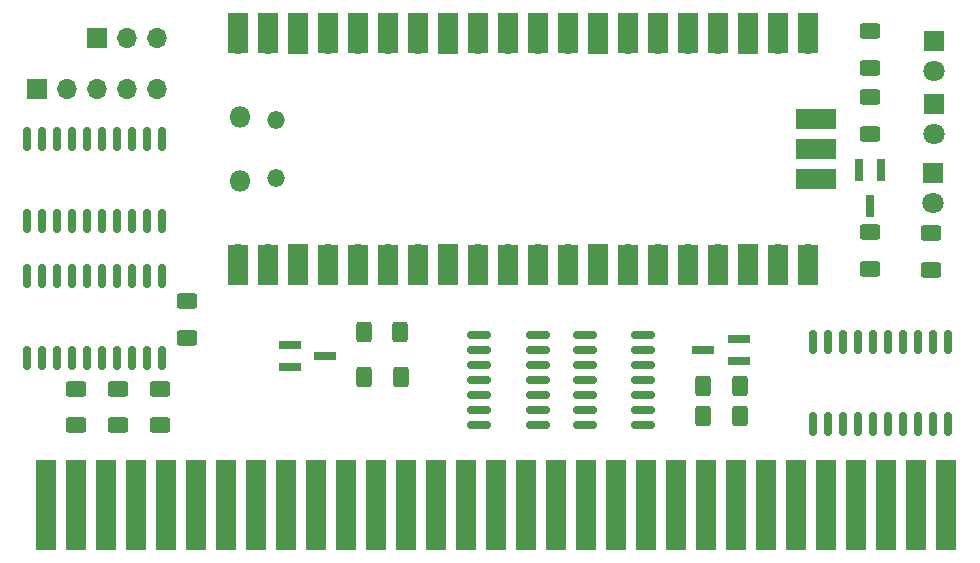
<source format=gbr>
%TF.GenerationSoftware,KiCad,Pcbnew,(6.0.5)*%
%TF.CreationDate,2022-11-12T13:55:10-06:00*%
%TF.ProjectId,ISA rev5,49534120-7265-4763-952e-6b696361645f,rev?*%
%TF.SameCoordinates,Original*%
%TF.FileFunction,Soldermask,Top*%
%TF.FilePolarity,Negative*%
%FSLAX46Y46*%
G04 Gerber Fmt 4.6, Leading zero omitted, Abs format (unit mm)*
G04 Created by KiCad (PCBNEW (6.0.5)) date 2022-11-12 13:55:10*
%MOMM*%
%LPD*%
G01*
G04 APERTURE LIST*
G04 Aperture macros list*
%AMRoundRect*
0 Rectangle with rounded corners*
0 $1 Rounding radius*
0 $2 $3 $4 $5 $6 $7 $8 $9 X,Y pos of 4 corners*
0 Add a 4 corners polygon primitive as box body*
4,1,4,$2,$3,$4,$5,$6,$7,$8,$9,$2,$3,0*
0 Add four circle primitives for the rounded corners*
1,1,$1+$1,$2,$3*
1,1,$1+$1,$4,$5*
1,1,$1+$1,$6,$7*
1,1,$1+$1,$8,$9*
0 Add four rect primitives between the rounded corners*
20,1,$1+$1,$2,$3,$4,$5,0*
20,1,$1+$1,$4,$5,$6,$7,0*
20,1,$1+$1,$6,$7,$8,$9,0*
20,1,$1+$1,$8,$9,$2,$3,0*%
G04 Aperture macros list end*
%ADD10R,1.700000X1.700000*%
%ADD11O,1.700000X1.700000*%
%ADD12RoundRect,0.150000X0.150000X-0.837500X0.150000X0.837500X-0.150000X0.837500X-0.150000X-0.837500X0*%
%ADD13RoundRect,0.250000X-0.400000X-0.625000X0.400000X-0.625000X0.400000X0.625000X-0.400000X0.625000X0*%
%ADD14RoundRect,0.250000X-0.625000X0.400000X-0.625000X-0.400000X0.625000X-0.400000X0.625000X0.400000X0*%
%ADD15R,1.900000X0.800000*%
%ADD16O,1.800000X1.800000*%
%ADD17O,1.500000X1.500000*%
%ADD18R,1.700000X3.500000*%
%ADD19R,3.500000X1.700000*%
%ADD20R,1.780000X7.620000*%
%ADD21RoundRect,0.250000X0.400000X0.625000X-0.400000X0.625000X-0.400000X-0.625000X0.400000X-0.625000X0*%
%ADD22R,1.800000X1.800000*%
%ADD23C,1.800000*%
%ADD24RoundRect,0.150000X-0.825000X-0.150000X0.825000X-0.150000X0.825000X0.150000X-0.825000X0.150000X0*%
%ADD25R,0.800000X1.900000*%
G04 APERTURE END LIST*
D10*
%TO.C,J5*%
X113030000Y-108966000D03*
D11*
X115570000Y-108966000D03*
X118110000Y-108966000D03*
%TD*%
D12*
%TO.C,U4*%
X107061000Y-124460000D03*
X108331000Y-124460000D03*
X109601000Y-124460000D03*
X110871000Y-124460000D03*
X112141000Y-124460000D03*
X113411000Y-124460000D03*
X114681000Y-124460000D03*
X115951000Y-124460000D03*
X117221000Y-124460000D03*
X118491000Y-124460000D03*
X118491000Y-117535000D03*
X117221000Y-117535000D03*
X115951000Y-117535000D03*
X114681000Y-117535000D03*
X113411000Y-117535000D03*
X112141000Y-117535000D03*
X110871000Y-117535000D03*
X109601000Y-117535000D03*
X108331000Y-117535000D03*
X107061000Y-117535000D03*
%TD*%
D13*
%TO.C,R2*%
X164312000Y-140970000D03*
X167412000Y-140970000D03*
%TD*%
D14*
%TO.C,R3*%
X183642000Y-125476000D03*
X183642000Y-128576000D03*
%TD*%
D12*
%TO.C,U3*%
X173609000Y-141638500D03*
X174879000Y-141638500D03*
X176149000Y-141638500D03*
X177419000Y-141638500D03*
X178689000Y-141638500D03*
X179959000Y-141638500D03*
X181229000Y-141638500D03*
X182499000Y-141638500D03*
X183769000Y-141638500D03*
X185039000Y-141638500D03*
X185039000Y-134713500D03*
X183769000Y-134713500D03*
X182499000Y-134713500D03*
X181229000Y-134713500D03*
X179959000Y-134713500D03*
X178689000Y-134713500D03*
X177419000Y-134713500D03*
X176149000Y-134713500D03*
X174879000Y-134713500D03*
X173609000Y-134713500D03*
%TD*%
D13*
%TO.C,R11*%
X135610000Y-137668000D03*
X138710000Y-137668000D03*
%TD*%
D15*
%TO.C,D5*%
X132310000Y-135890000D03*
X129310000Y-134940000D03*
X129310000Y-136840000D03*
%TD*%
D16*
%TO.C,U6*%
X125098000Y-121089000D03*
D17*
X128128000Y-115939000D03*
X128128000Y-120789000D03*
D16*
X125098000Y-115639000D03*
D18*
X124968000Y-128154000D03*
D11*
X124968000Y-127254000D03*
D18*
X127508000Y-128154000D03*
D11*
X127508000Y-127254000D03*
D18*
X130048000Y-128154000D03*
D10*
X130048000Y-127254000D03*
D18*
X132588000Y-128154000D03*
D11*
X132588000Y-127254000D03*
X135128000Y-127254000D03*
D18*
X135128000Y-128154000D03*
D11*
X137668000Y-127254000D03*
D18*
X137668000Y-128154000D03*
X140208000Y-128154000D03*
D11*
X140208000Y-127254000D03*
D10*
X142748000Y-127254000D03*
D18*
X142748000Y-128154000D03*
D11*
X145288000Y-127254000D03*
D18*
X145288000Y-128154000D03*
X147828000Y-128154000D03*
D11*
X147828000Y-127254000D03*
X150368000Y-127254000D03*
D18*
X150368000Y-128154000D03*
X152908000Y-128154000D03*
D11*
X152908000Y-127254000D03*
D10*
X155448000Y-127254000D03*
D18*
X155448000Y-128154000D03*
D11*
X157988000Y-127254000D03*
D18*
X157988000Y-128154000D03*
D11*
X160528000Y-127254000D03*
D18*
X160528000Y-128154000D03*
X163068000Y-128154000D03*
D11*
X163068000Y-127254000D03*
D18*
X165608000Y-128154000D03*
D11*
X165608000Y-127254000D03*
D18*
X168148000Y-128154000D03*
D10*
X168148000Y-127254000D03*
D18*
X170688000Y-128154000D03*
D11*
X170688000Y-127254000D03*
X173228000Y-127254000D03*
D18*
X173228000Y-128154000D03*
X173228000Y-108574000D03*
D11*
X173228000Y-109474000D03*
D18*
X170688000Y-108574000D03*
D11*
X170688000Y-109474000D03*
D10*
X168148000Y-109474000D03*
D18*
X168148000Y-108574000D03*
D11*
X165608000Y-109474000D03*
D18*
X165608000Y-108574000D03*
D11*
X163068000Y-109474000D03*
D18*
X163068000Y-108574000D03*
D11*
X160528000Y-109474000D03*
D18*
X160528000Y-108574000D03*
D11*
X157988000Y-109474000D03*
D18*
X157988000Y-108574000D03*
D10*
X155448000Y-109474000D03*
D18*
X155448000Y-108574000D03*
D11*
X152908000Y-109474000D03*
D18*
X152908000Y-108574000D03*
D11*
X150368000Y-109474000D03*
D18*
X150368000Y-108574000D03*
D11*
X147828000Y-109474000D03*
D18*
X147828000Y-108574000D03*
D11*
X145288000Y-109474000D03*
D18*
X145288000Y-108574000D03*
D10*
X142748000Y-109474000D03*
D18*
X142748000Y-108574000D03*
D11*
X140208000Y-109474000D03*
D18*
X140208000Y-108574000D03*
X137668000Y-108574000D03*
D11*
X137668000Y-109474000D03*
D18*
X135128000Y-108574000D03*
D11*
X135128000Y-109474000D03*
D18*
X132588000Y-108574000D03*
D11*
X132588000Y-109474000D03*
D10*
X130048000Y-109474000D03*
D18*
X130048000Y-108574000D03*
D11*
X127508000Y-109474000D03*
D18*
X127508000Y-108574000D03*
D11*
X124968000Y-109474000D03*
D18*
X124968000Y-108574000D03*
D19*
X173898000Y-120904000D03*
D11*
X172998000Y-120904000D03*
D10*
X172998000Y-118364000D03*
D19*
X173898000Y-118364000D03*
X173898000Y-115824000D03*
D11*
X172998000Y-115824000D03*
%TD*%
D20*
%TO.C,J1*%
X184917000Y-148463000D03*
X182377000Y-148463000D03*
X179837000Y-148463000D03*
X177297000Y-148463000D03*
X174757000Y-148463000D03*
X172217000Y-148463000D03*
X169677000Y-148463000D03*
X167137000Y-148463000D03*
X164597000Y-148463000D03*
X162057000Y-148463000D03*
X159517000Y-148463000D03*
X156977000Y-148463000D03*
X154437000Y-148463000D03*
X151897000Y-148463000D03*
X149357000Y-148463000D03*
X146817000Y-148463000D03*
X144277000Y-148463000D03*
X141737000Y-148463000D03*
X139197000Y-148463000D03*
X136657000Y-148463000D03*
X134117000Y-148463000D03*
X131577000Y-148463000D03*
X129037000Y-148463000D03*
X126497000Y-148463000D03*
X123957000Y-148463000D03*
X121417000Y-148463000D03*
X118877000Y-148463000D03*
X116337000Y-148463000D03*
X113797000Y-148463000D03*
X111257000Y-148463000D03*
X108717000Y-148463000D03*
%TD*%
D14*
%TO.C,R5*%
X120650000Y-131266000D03*
X120650000Y-134366000D03*
%TD*%
D21*
%TO.C,R10*%
X138684000Y-133858000D03*
X135584000Y-133858000D03*
%TD*%
D14*
%TO.C,R12*%
X178435000Y-125424000D03*
X178435000Y-128524000D03*
%TD*%
D15*
%TO.C,D1*%
X164338000Y-135382000D03*
X167338000Y-136332000D03*
X167338000Y-134432000D03*
%TD*%
D22*
%TO.C,D2*%
X183896000Y-114554000D03*
D23*
X183896000Y-117094000D03*
%TD*%
D14*
%TO.C,R9*%
X178435000Y-108406000D03*
X178435000Y-111506000D03*
%TD*%
D24*
%TO.C,U1*%
X154308000Y-134112000D03*
X154308000Y-135382000D03*
X154308000Y-136652000D03*
X154308000Y-137922000D03*
X154308000Y-139192000D03*
X154308000Y-140462000D03*
X154308000Y-141732000D03*
X159258000Y-141732000D03*
X159258000Y-140462000D03*
X159258000Y-139192000D03*
X159258000Y-137922000D03*
X159258000Y-136652000D03*
X159258000Y-135382000D03*
X159258000Y-134112000D03*
%TD*%
D14*
%TO.C,R8*%
X111252000Y-138658000D03*
X111252000Y-141758000D03*
%TD*%
%TO.C,R7*%
X114808000Y-138658000D03*
X114808000Y-141758000D03*
%TD*%
%TO.C,R6*%
X118364000Y-138658000D03*
X118364000Y-141758000D03*
%TD*%
D22*
%TO.C,D3*%
X183896000Y-109215000D03*
D23*
X183896000Y-111755000D03*
%TD*%
D25*
%TO.C,D6*%
X178435000Y-123166000D03*
X179385000Y-120166000D03*
X177485000Y-120166000D03*
%TD*%
D10*
%TO.C,J2*%
X107950000Y-113284000D03*
D11*
X110490000Y-113284000D03*
X113030000Y-113284000D03*
X115570000Y-113284000D03*
X118110000Y-113284000D03*
%TD*%
D21*
%TO.C,R1*%
X167412000Y-138430000D03*
X164312000Y-138430000D03*
%TD*%
D22*
%TO.C,D4*%
X183769000Y-120396000D03*
D23*
X183769000Y-122936000D03*
%TD*%
D14*
%TO.C,R4*%
X178435000Y-113994000D03*
X178435000Y-117094000D03*
%TD*%
D12*
%TO.C,U5*%
X107061000Y-136050500D03*
X108331000Y-136050500D03*
X109601000Y-136050500D03*
X110871000Y-136050500D03*
X112141000Y-136050500D03*
X113411000Y-136050500D03*
X114681000Y-136050500D03*
X115951000Y-136050500D03*
X117221000Y-136050500D03*
X118491000Y-136050500D03*
X118491000Y-129125500D03*
X117221000Y-129125500D03*
X115951000Y-129125500D03*
X114681000Y-129125500D03*
X113411000Y-129125500D03*
X112141000Y-129125500D03*
X110871000Y-129125500D03*
X109601000Y-129125500D03*
X108331000Y-129125500D03*
X107061000Y-129125500D03*
%TD*%
D24*
%TO.C,U2*%
X145353000Y-134112000D03*
X145353000Y-135382000D03*
X145353000Y-136652000D03*
X145353000Y-137922000D03*
X145353000Y-139192000D03*
X145353000Y-140462000D03*
X145353000Y-141732000D03*
X150303000Y-141732000D03*
X150303000Y-140462000D03*
X150303000Y-139192000D03*
X150303000Y-137922000D03*
X150303000Y-136652000D03*
X150303000Y-135382000D03*
X150303000Y-134112000D03*
%TD*%
M02*

</source>
